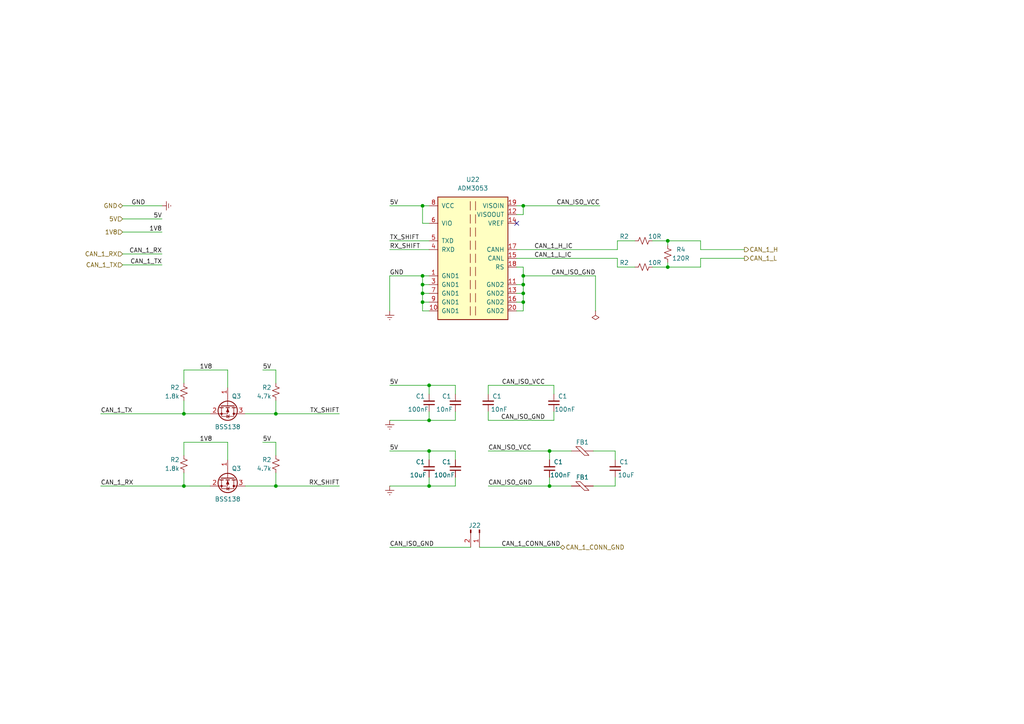
<source format=kicad_sch>
(kicad_sch (version 20230121) (generator eeschema)
  (paper "A4")
  (lib_symbols
    (symbol "LocalPrjLib:ADM3053" (pin_names (offset 1.016))
      (property "Reference" "U" (at -10.16 19.05 0))
      (property "Value" "ADM3053" (at 10.16 19.05 0))
      (symbol "ADM3053_0_1"
        (rectangle (start -10.16 17.78) (end 10.16 -17.78) (stroke (width 0.254)) (fill (type background)))
        (polyline (pts (xy -0.762 -13.97) (xy -0.762 -16.51)))
        (polyline (pts (xy -0.762 -10.16) (xy -0.762 -12.7)))
        (polyline (pts (xy -0.762 -6.35) (xy -0.762 -8.89)))
        (polyline (pts (xy -0.762 -2.54) (xy -0.762 -5.08)))
        (polyline (pts (xy -0.762 1.27) (xy -0.762 -1.27)))
        (polyline (pts (xy -0.762 5.08) (xy -0.762 2.54)))
        (polyline (pts (xy -0.762 8.89) (xy -0.762 6.35)))
        (polyline (pts (xy -0.762 12.7) (xy -0.762 10.16)))
        (polyline (pts (xy -0.762 16.51) (xy -0.762 13.97)))
        (polyline (pts (xy 0.762 -13.97) (xy 0.762 -16.51)))
        (polyline (pts (xy 0.762 -10.16) (xy 0.762 -12.7)))
        (polyline (pts (xy 0.762 -6.35) (xy 0.762 -8.89)))
        (polyline (pts (xy 0.762 -2.54) (xy 0.762 -5.08)))
        (polyline (pts (xy 0.762 1.27) (xy 0.762 -1.27)))
        (polyline (pts (xy 0.762 2.54) (xy 0.762 5.08)))
        (polyline (pts (xy 0.762 6.35) (xy 0.762 8.89)))
        (polyline (pts (xy 0.762 10.16) (xy 0.762 12.7)))
        (polyline (pts (xy 0.762 13.97) (xy 0.762 16.51)))
      )
      (symbol "ADM3053_1_1"
        (pin power_in line (at -12.7 -5.08 0) (length 2.54) (name "GND1") (number "1"))
        (pin power_in line (at -12.7 -15.24 0) (length 2.54) (name "GND1") (number "10"))
        (pin power_in line (at 12.7 -7.62 180) (length 2.54) (name "GND2") (number "11"))
        (pin power_out line (at 12.7 12.7 180) (length 2.54) (name "VISOOUT") (number "12"))
        (pin power_in line (at 12.7 -10.16 180) (length 2.54) (name "GND2") (number "13"))
        (pin input line (at 12.7 10.16 180) (length 2.54) (name "VREF") (number "14"))
        (pin bidirectional line (at 12.7 0 180) (length 2.54) (name "CANL") (number "15"))
        (pin power_in line (at 12.7 -12.7 180) (length 2.54) (name "GND2") (number "16"))
        (pin bidirectional line (at 12.7 2.54 180) (length 2.54) (name "CANH") (number "17"))
        (pin input line (at 12.7 -2.54 180) (length 2.54) (name "RS") (number "18"))
        (pin power_in line (at 12.7 15.24 180) (length 2.54) (name "VISOIN") (number "19"))
        (pin no_connect line (at -2.54 -17.78 90) (length 2.54) hide (name "NC") (number "2"))
        (pin power_in line (at 12.7 -15.24 180) (length 2.54) (name "GND2") (number "20"))
        (pin power_in line (at -12.7 -7.62 0) (length 2.54) (name "GND1") (number "3"))
        (pin output line (at -12.7 2.54 0) (length 2.54) (name "RXD") (number "4"))
        (pin input line (at -12.7 5.08 0) (length 2.54) (name "TXD") (number "5"))
        (pin power_in line (at -12.7 10.16 0) (length 2.54) (name "VIO") (number "6"))
        (pin power_in line (at -12.7 -10.16 0) (length 2.54) (name "GND1") (number "7"))
        (pin power_in line (at -12.7 15.24 0) (length 2.54) (name "VCC") (number "8"))
        (pin power_in line (at -12.7 -12.7 0) (length 2.54) (name "GND1") (number "9"))
      )
    )
    (symbol "LocalPrjLib:BSS138" (pin_names hide)
      (property "Reference" "Q" (at 5.08 1.905 0))
      (property "Value" "BSS138" (at 5.08 0 0))
      (symbol "BSS138_0_1"
        (polyline (pts (xy 0.254 0) (xy -2.54 0)))
        (polyline (pts (xy 0.254 1.905) (xy 0.254 -1.905)) (stroke (width 0.254)))
        (polyline (pts (xy 0.762 -1.27) (xy 0.762 -2.286)) (stroke (width 0.254)))
        (polyline (pts (xy 0.762 0.508) (xy 0.762 -0.508)) (stroke (width 0.254)))
        (polyline (pts (xy 0.762 2.286) (xy 0.762 1.27)) (stroke (width 0.254)))
        (polyline (pts (xy 2.54 2.54) (xy 2.54 1.778)))
        (polyline (pts (xy 2.54 -2.54) (xy 2.54 0) (xy 0.762 0)))
        (polyline (pts (xy 0.762 -1.778) (xy 3.302 -1.778) (xy 3.302 1.778) (xy 0.762 1.778)))
        (polyline (pts (xy 1.016 0) (xy 2.032 0.381) (xy 2.032 -0.381) (xy 1.016 0)) (fill (type outline)))
        (polyline (pts (xy 2.794 0.508) (xy 2.921 0.381) (xy 3.683 0.381) (xy 3.81 0.254)))
        (polyline (pts (xy 3.302 0.381) (xy 2.921 -0.254) (xy 3.683 -0.254) (xy 3.302 0.381)))
        (circle (center 1.651 0) (radius 2.794) (stroke (width 0.254)))
        (circle (center 2.54 -1.778) (radius 0.254) (fill (type outline)))
        (circle (center 2.54 1.778) (radius 0.254) (fill (type outline)))
      )
      (symbol "BSS138_1_1"
        (pin input line (at -5.08 0 0) (length 2.54) (name "G") (number "1"))
        (pin passive line (at 2.54 -5.08 90) (length 2.54) (name "S") (number "2"))
        (pin passive line (at 2.54 5.08 270) (length 2.54) (name "D") (number "3"))
      )
    )
    (symbol "LocalPrjLib:C_Small" (pin_numbers hide) (pin_names (offset 0.254) hide)
      (property "Reference" "C" (at 0.254 1.778 0))
      (property "Value" "C_Small" (at 0.254 -2.032 0))
      (symbol "C_Small_0_1"
        (polyline (pts (xy -1.524 -0.508) (xy 1.524 -0.508)) (stroke (width 0.3302)))
        (polyline (pts (xy -1.524 0.508) (xy 1.524 0.508)) (stroke (width 0.3048)))
      )
      (symbol "C_Small_1_1"
        (pin passive line (at 0 2.54 270) (length 2.032) (name "~") (number "1"))
        (pin passive line (at 0 -2.54 90) (length 2.032) (name "~") (number "2"))
      )
    )
    (symbol "LocalPrjLib:Conn_01x02_Pin" (pin_names (offset 1.016) hide)
      (property "Reference" "J" (at 0 2.54 0))
      (property "Value" "Conn_01x02_Pin" (at 0 -5.08 0))
      (symbol "Conn_01x02_Pin_1_1"
        (polyline (pts (xy 1.27 -2.54) (xy 0.8636 -2.54)) (stroke (width 0.1524)))
        (polyline (pts (xy 1.27 0) (xy 0.8636 0)) (stroke (width 0.1524)))
        (rectangle (start 0.8636 -2.413) (end 0 -2.667) (stroke (width 0.1524)) (fill (type outline)))
        (rectangle (start 0.8636 0.127) (end 0 -0.127) (stroke (width 0.1524)) (fill (type outline)))
        (pin passive line (at 5.08 0 180) (length 3.81) (name "Pin_1") (number "1"))
        (pin passive line (at 5.08 -2.54 180) (length 3.81) (name "Pin_2") (number "2"))
      )
    )
    (symbol "LocalPrjLib:GZ2012D101TF" (pin_numbers hide) (pin_names (offset 0) hide)
      (property "Reference" "FB" (at 0 2.413 0))
      (property "Value" "GZ2012D101TF" (at 2.921 -5.461 0))
      (symbol "GZ2012D101TF_0_1"
        (polyline (pts (xy 0.635 -1.27) (xy -1.905 1.27) (xy -0.635 1.27) (xy 1.905 -1.27) (xy 0.635 -1.27)))
      )
      (symbol "GZ2012D101TF_1_1"
        (pin unspecified line (at -3.175 0 0) (length 2.54) (name "1") (number "1"))
        (pin unspecified line (at 3.175 0 180) (length 2.54) (name "2") (number "2"))
      )
    )
    (symbol "LocalPrjLib:R_Small_US" (pin_numbers hide) (pin_names (offset 0.254) hide)
      (property "Reference" "R" (at 0.762 0.508 0))
      (property "Value" "R_Small_US" (at 0.762 -1.016 0))
      (symbol "R_Small_US_1_1"
        (polyline (pts (xy 0 0) (xy 1.016 -0.381) (xy 0 -0.762) (xy -1.016 -1.143) (xy 0 -1.524)))
        (polyline (pts (xy 0 1.524) (xy 1.016 1.143) (xy 0 0.762) (xy -1.016 0.381) (xy 0 0)))
        (pin passive line (at 0 2.54 270) (length 1.016) (name "~") (number "1"))
        (pin passive line (at 0 -2.54 90) (length 1.016) (name "~") (number "2"))
      )
    )
    (symbol "power:GNDREF" (power) (pin_names (offset 0))
      (property "Value" "GNDREF" (at 0 -3.81 0))
      (symbol "GNDREF_0_1"
        (polyline (pts (xy -0.635 -1.905) (xy 0.635 -1.905)))
        (polyline (pts (xy -0.127 -2.54) (xy 0.127 -2.54)))
        (polyline (pts (xy 0 -1.27) (xy 0 0)))
        (polyline (pts (xy 1.27 -1.27) (xy -1.27 -1.27)))
      )
      (symbol "GNDREF_1_1"
        (pin power_in line (at 0 0 270) (length 0) hide (name "GNDREF") (number "1"))
      )
    )
    (symbol "power:PWR_FLAG" (power) (pin_numbers hide) (pin_names (offset 0) hide)
      (property "Value" "PWR_FLAG" (at 0 3.81 0))
      (symbol "PWR_FLAG_0_0"
        (pin power_out line (at 0 0 90) (length 0) (name "pwr") (number "1"))
      )
      (symbol "PWR_FLAG_0_1"
        (polyline (pts (xy 0 0) (xy 0 1.27) (xy -1.016 1.905) (xy 0 2.54) (xy 1.016 1.905) (xy 0 1.27)))
      )
    )
  )
  (junction (at 151.765 85.09))
  (junction (at 124.46 111.76))
  (junction (at 80.01 140.97))
  (junction (at 122.555 85.09))
  (junction (at 53.34 140.97))
  (junction (at 122.555 82.55))
  (junction (at 122.555 80.01))
  (junction (at 124.46 121.92))
  (junction (at 151.765 87.63))
  (junction (at 193.675 69.85))
  (junction (at 124.46 130.81))
  (junction (at 151.765 59.69))
  (junction (at 80.01 120.015))
  (junction (at 151.765 82.55))
  (junction (at 159.385 130.81))
  (junction (at 151.765 80.01))
  (junction (at 124.46 140.97))
  (junction (at 122.555 59.69))
  (junction (at 122.555 87.63))
  (junction (at 159.385 140.97))
  (junction (at 53.34 120.015))
  (junction (at 193.675 77.47))
  (no_connect (at 149.86 64.77))
  (wire (pts (xy 35.56 63.5) (xy 46.99 63.5)))
  (wire (pts (xy 113.03 80.01) (xy 113.03 90.17)))
  (wire (pts (xy 149.86 87.63) (xy 151.765 87.63)))
  (wire (pts (xy 124.46 121.92) (xy 132.08 121.92)))
  (wire (pts (xy 53.34 107.315) (xy 53.34 111.125)))
  (wire (pts (xy 80.01 128.27) (xy 80.01 132.08)))
  (wire (pts (xy 179.07 69.85) (xy 184.15 69.85)))
  (wire (pts (xy 122.555 85.09) (xy 122.555 82.55)))
  (wire (pts (xy 122.555 87.63) (xy 124.46 87.63)))
  (wire (pts (xy 71.12 140.97) (xy 80.01 140.97)))
  (wire (pts (xy 124.46 138.43) (xy 124.46 140.97)))
  (wire (pts (xy 80.01 116.205) (xy 80.01 120.015)))
  (wire (pts (xy 151.765 59.69) (xy 151.765 62.23)))
  (wire (pts (xy 80.01 120.015) (xy 98.425 120.015)))
  (wire (pts (xy 151.765 82.55) (xy 151.765 80.01)))
  (wire (pts (xy 179.07 72.39) (xy 179.07 69.85)))
  (wire (pts (xy 113.03 111.76) (xy 124.46 111.76)))
  (wire (pts (xy 141.605 111.76) (xy 141.605 114.3)))
  (wire (pts (xy 124.46 130.81) (xy 132.08 130.81)))
  (wire (pts (xy 124.46 111.76) (xy 124.46 114.3)))
  (wire (pts (xy 53.34 107.315) (xy 66.04 107.315)))
  (wire (pts (xy 159.385 138.43) (xy 159.385 140.97)))
  (wire (pts (xy 149.86 74.93) (xy 179.07 74.93)))
  (wire (pts (xy 172.085 130.81) (xy 178.435 130.81)))
  (wire (pts (xy 124.46 59.69) (xy 122.555 59.69)))
  (wire (pts (xy 53.34 137.16) (xy 53.34 140.97)))
  (wire (pts (xy 151.765 77.47) (xy 149.86 77.47)))
  (wire (pts (xy 160.655 119.38) (xy 160.655 121.92)))
  (wire (pts (xy 53.34 140.97) (xy 60.96 140.97)))
  (wire (pts (xy 29.21 120.015) (xy 53.34 120.015)))
  (wire (pts (xy 159.385 140.97) (xy 141.605 140.97)))
  (wire (pts (xy 159.385 130.81) (xy 165.735 130.81)))
  (wire (pts (xy 149.86 59.69) (xy 151.765 59.69)))
  (wire (pts (xy 149.86 82.55) (xy 151.765 82.55)))
  (wire (pts (xy 113.03 121.92) (xy 124.46 121.92)))
  (wire (pts (xy 122.555 85.09) (xy 124.46 85.09)))
  (wire (pts (xy 149.86 72.39) (xy 179.07 72.39)))
  (wire (pts (xy 189.23 77.47) (xy 193.675 77.47)))
  (wire (pts (xy 215.9 74.93) (xy 203.2 74.93)))
  (wire (pts (xy 203.2 77.47) (xy 193.675 77.47)))
  (wire (pts (xy 124.46 72.39) (xy 113.03 72.39)))
  (wire (pts (xy 122.555 87.63) (xy 122.555 85.09)))
  (wire (pts (xy 179.07 77.47) (xy 184.15 77.47)))
  (wire (pts (xy 76.2 107.315) (xy 80.01 107.315)))
  (wire (pts (xy 113.03 140.97) (xy 124.46 140.97)))
  (wire (pts (xy 132.08 111.76) (xy 132.08 114.3)))
  (wire (pts (xy 159.385 130.81) (xy 159.385 133.35)))
  (wire (pts (xy 122.555 90.17) (xy 122.555 87.63)))
  (wire (pts (xy 35.56 76.835) (xy 46.99 76.835)))
  (wire (pts (xy 179.07 74.93) (xy 179.07 77.47)))
  (wire (pts (xy 141.605 121.92) (xy 160.655 121.92)))
  (wire (pts (xy 76.2 128.27) (xy 80.01 128.27)))
  (wire (pts (xy 203.2 74.93) (xy 203.2 77.47)))
  (wire (pts (xy 160.655 111.76) (xy 160.655 114.3)))
  (wire (pts (xy 203.2 69.85) (xy 193.675 69.85)))
  (wire (pts (xy 189.23 69.85) (xy 193.675 69.85)))
  (wire (pts (xy 53.34 128.27) (xy 66.04 128.27)))
  (wire (pts (xy 124.46 130.81) (xy 124.46 133.35)))
  (wire (pts (xy 151.765 85.09) (xy 151.765 82.55)))
  (wire (pts (xy 122.555 82.55) (xy 122.555 80.01)))
  (wire (pts (xy 124.46 69.85) (xy 113.03 69.85)))
  (wire (pts (xy 215.9 72.39) (xy 203.2 72.39)))
  (wire (pts (xy 141.605 119.38) (xy 141.605 121.92)))
  (wire (pts (xy 151.765 59.69) (xy 173.99 59.69)))
  (wire (pts (xy 80.01 137.16) (xy 80.01 140.97)))
  (wire (pts (xy 149.86 85.09) (xy 151.765 85.09)))
  (wire (pts (xy 172.085 140.97) (xy 178.435 140.97)))
  (wire (pts (xy 203.2 72.39) (xy 203.2 69.85)))
  (wire (pts (xy 124.46 90.17) (xy 122.555 90.17)))
  (wire (pts (xy 122.555 59.69) (xy 122.555 64.77)))
  (wire (pts (xy 151.765 80.01) (xy 151.765 77.47)))
  (wire (pts (xy 53.34 128.27) (xy 53.34 132.08)))
  (wire (pts (xy 80.01 107.315) (xy 80.01 111.125)))
  (wire (pts (xy 178.435 130.81) (xy 178.435 133.35)))
  (wire (pts (xy 193.675 76.2) (xy 193.675 77.47)))
  (wire (pts (xy 53.34 116.205) (xy 53.34 120.015)))
  (wire (pts (xy 124.46 140.97) (xy 132.08 140.97)))
  (wire (pts (xy 122.555 82.55) (xy 124.46 82.55)))
  (wire (pts (xy 151.765 80.01) (xy 172.72 80.01)))
  (wire (pts (xy 122.555 80.01) (xy 113.03 80.01)))
  (wire (pts (xy 122.555 59.69) (xy 113.03 59.69)))
  (wire (pts (xy 53.34 120.015) (xy 60.96 120.015)))
  (wire (pts (xy 35.56 73.66) (xy 46.99 73.66)))
  (wire (pts (xy 66.04 128.27) (xy 66.04 133.35)))
  (wire (pts (xy 159.385 140.97) (xy 165.735 140.97)))
  (wire (pts (xy 124.46 64.77) (xy 122.555 64.77)))
  (wire (pts (xy 172.72 90.17) (xy 172.72 80.01)))
  (wire (pts (xy 141.605 111.76) (xy 160.655 111.76)))
  (wire (pts (xy 124.46 119.38) (xy 124.46 121.92)))
  (wire (pts (xy 80.01 140.97) (xy 98.425 140.97)))
  (wire (pts (xy 149.86 62.23) (xy 151.765 62.23)))
  (wire (pts (xy 113.03 130.81) (xy 124.46 130.81)))
  (wire (pts (xy 132.08 130.81) (xy 132.08 133.35)))
  (wire (pts (xy 71.12 120.015) (xy 80.01 120.015)))
  (wire (pts (xy 151.765 90.17) (xy 151.765 87.63)))
  (wire (pts (xy 132.08 138.43) (xy 132.08 140.97)))
  (wire (pts (xy 29.21 140.97) (xy 53.34 140.97)))
  (wire (pts (xy 136.525 158.75) (xy 113.03 158.75)))
  (wire (pts (xy 122.555 80.01) (xy 124.46 80.01)))
  (wire (pts (xy 66.04 107.315) (xy 66.04 112.395)))
  (wire (pts (xy 151.765 87.63) (xy 151.765 85.09)))
  (wire (pts (xy 139.065 158.75) (xy 162.56 158.75)))
  (wire (pts (xy 35.56 59.69) (xy 46.99 59.69)))
  (wire (pts (xy 149.86 90.17) (xy 151.765 90.17)))
  (wire (pts (xy 124.46 111.76) (xy 132.08 111.76)))
  (wire (pts (xy 35.56 67.31) (xy 46.99 67.31)))
  (wire (pts (xy 132.08 119.38) (xy 132.08 121.92)))
  (wire (pts (xy 193.675 69.85) (xy 193.675 71.12)))
  (wire (pts (xy 159.385 130.81) (xy 141.605 130.81)))
  (wire (pts (xy 178.435 138.43) (xy 178.435 140.97)))
  (label "CAN_1_L_IC" (at 154.94 74.93 0))
  (label "5V" (at 76.2 128.27 0))
  (label "CAN_ISO_GND" (at 141.605 140.97 0))
  (label "CAN_1_TX" (at 46.99 76.835 180))
  (label "RX_SHIFT" (at 98.425 140.97 180))
  (label "TX_SHIFT" (at 98.425 120.015 180))
  (label "CAN_1_RX" (at 29.21 140.97 0))
  (label "5V" (at 113.03 130.81 0))
  (label "5V" (at 113.03 111.76 0))
  (label "5V" (at 113.03 59.69 0))
  (label "CAN_ISO_VCC" (at 158.115 111.76 180))
  (label "CAN_ISO_VCC" (at 141.605 130.81 0))
  (label "CAN_1_TX" (at 29.21 120.015 0))
  (label "1V8" (at 46.99 67.31 180))
  (label "RX_SHIFT" (at 113.03 72.39 0))
  (label "TX_SHIFT" (at 113.03 69.85 0))
  (label "CAN_1_CONN_GND" (at 162.56 158.75 180))
  (label "CAN_ISO_GND" (at 158.115 121.92 180))
  (label "CAN_ISO_VCC" (at 173.99 59.69 180))
  (label "CAN_1_RX" (at 46.99 73.66 180))
  (label "1V8" (at 61.595 128.27 180))
  (label "GND" (at 113.03 80.01 0))
  (label "5V" (at 76.2 107.315 0))
  (label "CAN_ISO_GND" (at 113.03 158.75 0))
  (label "GND" (at 38.1 59.69 0))
  (label "5V" (at 46.99 63.5 180))
  (label "CAN_ISO_GND" (at 172.72 80.01 180))
  (label "CAN_1_H_IC" (at 154.94 72.39 0))
  (label "1V8" (at 61.595 107.315 180))
  (hierarchical_label "CAN_1_L" (shape output) (at 215.9 74.93 0))
  (hierarchical_label "1V8" (shape input) (at 35.56 67.31 180))
  (hierarchical_label "GND" (shape bidirectional) (at 35.56 59.69 180))
  (hierarchical_label "CAN_1_RX" (shape input) (at 35.56 73.66 180))
  (hierarchical_label "CAN_1_CONN_GND" (shape bidirectional) (at 162.56 158.75 0))
  (hierarchical_label "CAN_1_TX" (shape input) (at 35.56 76.835 180))
  (hierarchical_label "5V" (shape input) (at 35.56 63.5 180))
  (hierarchical_label "CAN_1_H" (shape output) (at 215.9 72.39 0))
  (symbol (lib_id "LocalPrjLib:GZ2012D101TF") (at 168.91 140.97 0) (unit 1)
    (property "Reference" "FB1" (at 168.91 138.43 0))
    (property "Value" "GZ2012D101TF" (effects hide))
    (property "Footprint" "Ferrite_Bead_100:Ferrite_Bead_100" (effects hide))
    (property "Datasheet" "https://item.szlcsc.com/344132.html" (effects hide))
    (property "LCSC" "C1015" (effects hide))
    (instances (project "Tangenta" (path "" (reference "FB1") (unit 1)) (path "" (reference "FB9") (unit 1)) (path "" (reference "FB11") (unit 1))))
  )
  (symbol (lib_id "LocalPrjLib:C_Small") (at 132.08 116.84 180) (unit 1)
    (property "Reference" "C1" (at 129.5399 114.9349 0))
    (property "Value" "10nF" (at 128.905 118.745 0))
    (property "Footprint" "Capacitor_SMD:C_0402_1005Metric" (effects hide))
    (instances (project "Tangenta" (path "" (reference "C1") (unit 1)) (path "" (reference "C9") (unit 1)) (path "" (reference "C40") (unit 1)) (path "" (reference "C81") (unit 1)) (path "" (reference "C94") (unit 1)) (path "" (reference "C147") (unit 1)) (path "" (reference "C148") (unit 1)) (path "" (reference "C181") (unit 1)) (path "" (reference "C199") (unit 1))))
  )
  (symbol (lib_id "power:GNDREF") (at 113.03 140.97 0) (unit 1)
    (property "Reference" "#PWR030" (effects hide))
    (property "Value" "GNDREF" (effects hide))
    (instances (project "Tangenta" (path "" (reference "#PWR030") (unit 1)) (path "" (reference "#PWR035") (unit 1)) (path "" (reference "#PWR076") (unit 1)) (path "" (reference "#PWR080") (unit 1)) (path "" (reference "#PWR094") (unit 1))))
  )
  (symbol (lib_id "LocalPrjLib:C_Small") (at 159.385 135.89 0) (mirror x) (unit 1)
    (property "Reference" "C1" (at 161.9251 133.9849 0))
    (property "Value" "100nF" (at 162.56 137.795 0))
    (property "Footprint" "Capacitor_SMD:C_0402_1005Metric" (effects hide))
    (instances (project "Tangenta" (path "" (reference "C1") (unit 1)) (path "" (reference "C9") (unit 1)) (path "" (reference "C40") (unit 1)) (path "" (reference "C81") (unit 1)) (path "" (reference "C94") (unit 1)) (path "" (reference "C147") (unit 1)) (path "" (reference "C148") (unit 1)) (path "" (reference "C181") (unit 1)) (path "" (reference "C202") (unit 1))))
  )
  (symbol (lib_id "LocalPrjLib:C_Small") (at 124.46 116.84 180) (unit 1)
    (property "Reference" "C1" (at 121.9199 114.9349 0))
    (property "Value" "100nF" (at 121.285 118.745 0))
    (property "Footprint" "Capacitor_SMD:C_0402_1005Metric" (effects hide))
    (instances (project "Tangenta" (path "" (reference "C1") (unit 1)) (path "" (reference "C9") (unit 1)) (path "" (reference "C40") (unit 1)) (path "" (reference "C81") (unit 1)) (path "" (reference "C94") (unit 1)) (path "" (reference "C147") (unit 1)) (path "" (reference "C148") (unit 1)) (path "" (reference "C181") (unit 1)) (path "" (reference "C197") (unit 1))))
  )
  (symbol (lib_id "LocalPrjLib:C_Small") (at 132.08 135.89 180) (unit 1)
    (property "Reference" "C1" (at 129.5399 133.9849 0))
    (property "Value" "100nF" (at 128.905 137.795 0))
    (property "Footprint" "Capacitor_SMD:C_0402_1005Metric" (effects hide))
    (instances (project "Tangenta" (path "" (reference "C1") (unit 1)) (path "" (reference "C9") (unit 1)) (path "" (reference "C40") (unit 1)) (path "" (reference "C81") (unit 1)) (path "" (reference "C94") (unit 1)) (path "" (reference "C147") (unit 1)) (path "" (reference "C148") (unit 1)) (path "" (reference "C181") (unit 1)) (path "" (reference "C200") (unit 1))))
  )
  (symbol (lib_id "LocalPrjLib:BSS138") (at 66.04 117.475 270) (unit 1)
    (property "Reference" "Q3" (at 68.58 114.935 90))
    (property "Value" "BSS138" (at 66.04 123.825 90))
    (property "Footprint" "Package_TO_SOT_SMD:SOT-23" (effects hide))
    (property "Datasheet" "https://www.onsemi.com/pub/Collateral/BSS138-D.PDF" (effects hide))
    (instances (project "Tangenta" (path "" (reference "Q3") (unit 1)) (path "" (reference "Q5") (unit 1)) (path "" (reference "Q7") (unit 1)) (path "" (reference "Q19") (unit 1))))
  )
  (symbol (lib_id "LocalPrjLib:R_Small_US") (at 186.69 69.85 270) (unit 1)
    (property "Reference" "R2" (at 179.705 68.58 90) (effects (justify left)))
    (property "Value" "10R" (at 187.96 68.58 90) (effects (justify left)))
    (property "Footprint" "Resistor_SMD:R_0402_1005Metric" (effects hide))
    (instances (project "Tangenta" (path "" (reference "R2") (unit 1)) (path "" (reference "R18") (unit 1)) (path "" (reference "R26") (unit 1)) (path "" (reference "R41") (unit 1)) (path "" (reference "R41") (unit 1)) (path "" (reference "R152") (unit 1)) (path "" (reference "R190") (unit 1))))
  )
  (symbol (lib_id "LocalPrjLib:C_Small") (at 141.605 116.84 0) (mirror x) (unit 1)
    (property "Reference" "C1" (at 144.1451 114.9349 0))
    (property "Value" "10nF" (at 144.78 118.745 0))
    (property "Footprint" "Capacitor_SMD:C_0402_1005Metric" (effects hide))
    (instances (project "Tangenta" (path "" (reference "C1") (unit 1)) (path "" (reference "C9") (unit 1)) (path "" (reference "C40") (unit 1)) (path "" (reference "C81") (unit 1)) (path "" (reference "C94") (unit 1)) (path "" (reference "C147") (unit 1)) (path "" (reference "C148") (unit 1)) (path "" (reference "C181") (unit 1)) (path "" (reference "C201") (unit 1))))
  )
  (symbol (lib_id "LocalPrjLib:C_Small") (at 160.655 116.84 0) (mirror x) (unit 1)
    (property "Reference" "C1" (at 163.1951 114.9349 0))
    (property "Value" "100nF" (at 163.83 118.745 0))
    (property "Footprint" "Capacitor_SMD:C_0402_1005Metric" (effects hide))
    (instances (project "Tangenta" (path "" (reference "C1") (unit 1)) (path "" (reference "C9") (unit 1)) (path "" (reference "C40") (unit 1)) (path "" (reference "C81") (unit 1)) (path "" (reference "C94") (unit 1)) (path "" (reference "C147") (unit 1)) (path "" (reference "C148") (unit 1)) (path "" (reference "C181") (unit 1)) (path "" (reference "C203") (unit 1))))
  )
  (symbol (lib_id "power:PWR_FLAG") (at 172.72 90.17 180) (unit 1)
    (property "Reference" "#FLG012" (effects hide))
    (property "Value" "PWR_FLAG" (effects hide))
    (instances (project "Tangenta" (path "" (reference "#FLG012") (unit 1)) (path "" (reference "#FLG017") (unit 1)) (path "" (reference "#FLG018") (unit 1))))
  )
  (symbol (lib_id "LocalPrjLib:Conn_01x02_Pin") (at 139.065 153.67 270) (unit 1)
    (property "Reference" "J22" (at 135.89 152.4 90) (effects (justify left)))
    (property "Value" "Conn_01x02_Pin" (effects hide))
    (property "Footprint" "Connector_PinHeader_2.54mm:PinHeader_1x02_P2.54mm_Vertical" (effects hide))
    (instances (project "Tangenta" (path "" (reference "J22") (unit 1)) (path "" (reference "J32") (unit 1))))
  )
  (symbol (lib_id "LocalPrjLib:BSS138") (at 66.04 138.43 270) (unit 1)
    (property "Reference" "Q3" (at 68.58 135.89 90))
    (property "Value" "BSS138" (at 66.04 144.78 90))
    (property "Footprint" "Package_TO_SOT_SMD:SOT-23" (effects hide))
    (property "Datasheet" "https://www.onsemi.com/pub/Collateral/BSS138-D.PDF" (effects hide))
    (instances (project "Tangenta" (path "" (reference "Q3") (unit 1)) (path "" (reference "Q5") (unit 1)) (path "" (reference "Q8") (unit 1)) (path "" (reference "Q20") (unit 1))))
  )
  (symbol (lib_id "power:GNDREF") (at 113.03 121.92 0) (unit 1)
    (property "Reference" "#PWR030" (effects hide))
    (property "Value" "GNDREF" (effects hide))
    (instances (project "Tangenta" (path "" (reference "#PWR030") (unit 1)) (path "" (reference "#PWR035") (unit 1)) (path "" (reference "#PWR076") (unit 1)) (path "" (reference "#PWR080") (unit 1)) (path "" (reference "#PWR093") (unit 1))))
  )
  (symbol (lib_id "LocalPrjLib:C_Small") (at 124.46 135.89 180) (unit 1)
    (property "Reference" "C1" (at 121.9199 133.9849 0))
    (property "Value" "10uF" (at 121.285 137.795 0))
    (property "Footprint" "Capacitor_SMD:C_0402_1005Metric" (effects hide))
    (instances (project "Tangenta" (path "" (reference "C1") (unit 1)) (path "" (reference "C9") (unit 1)) (path "" (reference "C40") (unit 1)) (path "" (reference "C81") (unit 1)) (path "" (reference "C94") (unit 1)) (path "" (reference "C147") (unit 1)) (path "" (reference "C148") (unit 1)) (path "" (reference "C181") (unit 1)) (path "" (reference "C198") (unit 1))))
  )
  (symbol (lib_id "LocalPrjLib:R_Small_US") (at 80.01 134.62 180) (unit 1)
    (property "Reference" "R2" (at 78.74 133.35 0) (effects (justify left)))
    (property "Value" "4.7k" (at 78.74 135.89 0) (effects (justify left)))
    (property "Footprint" "Resistor_SMD:R_0402_1005Metric" (effects hide))
    (instances (project "Tangenta" (path "" (reference "R2") (unit 1)) (path "" (reference "R18") (unit 1)) (path "" (reference "R28") (unit 1)) (path "" (reference "R28") (unit 1)) (path "" (reference "R155") (unit 1)) (path "" (reference "R189") (unit 1))))
  )
  (symbol (lib_id "power:GNDREF") (at 113.03 90.17 0) (unit 1)
    (property "Reference" "#PWR030" (effects hide))
    (property "Value" "GNDREF" (effects hide))
    (instances (project "Tangenta" (path "" (reference "#PWR030") (unit 1)) (path "" (reference "#PWR035") (unit 1)) (path "" (reference "#PWR076") (unit 1)) (path "" (reference "#PWR080") (unit 1)) (path "" (reference "#PWR092") (unit 1))))
  )
  (symbol (lib_id "LocalPrjLib:R_Small_US") (at 186.69 77.47 270) (unit 1)
    (property "Reference" "R2" (at 179.705 76.2 90) (effects (justify left)))
    (property "Value" "10R" (at 187.96 76.2 90) (effects (justify left)))
    (property "Footprint" "Resistor_SMD:R_0402_1005Metric" (effects hide))
    (instances (project "Tangenta" (path "" (reference "R2") (unit 1)) (path "" (reference "R18") (unit 1)) (path "" (reference "R26") (unit 1)) (path "" (reference "R41") (unit 1)) (path "" (reference "R41") (unit 1)) (path "" (reference "R153") (unit 1)) (path "" (reference "R191") (unit 1))))
  )
  (symbol (lib_id "LocalPrjLib:R_Small_US") (at 53.34 134.62 180) (unit 1)
    (property "Reference" "R2" (at 52.07 133.35 0) (effects (justify left)))
    (property "Value" "1.8k" (at 52.07 135.89 0) (effects (justify left)))
    (property "Footprint" "Resistor_SMD:R_0402_1005Metric" (effects hide))
    (instances (project "Tangenta" (path "" (reference "R2") (unit 1)) (path "" (reference "R18") (unit 1)) (path "" (reference "R26") (unit 1)) (path "" (reference "R41") (unit 1)) (path "" (reference "R41") (unit 1)) (path "" (reference "R154") (unit 1)) (path "" (reference "R187") (unit 1))))
  )
  (symbol (lib_id "LocalPrjLib:C_Small") (at 178.435 135.89 0) (mirror x) (unit 1)
    (property "Reference" "C1" (at 180.9751 133.9849 0))
    (property "Value" "10uF" (at 181.61 137.795 0))
    (property "Footprint" "Capacitor_SMD:C_0402_1005Metric" (effects hide))
    (instances (project "Tangenta" (path "" (reference "C1") (unit 1)) (path "" (reference "C9") (unit 1)) (path "" (reference "C40") (unit 1)) (path "" (reference "C81") (unit 1)) (path "" (reference "C94") (unit 1)) (path "" (reference "C147") (unit 1)) (path "" (reference "C148") (unit 1)) (path "" (reference "C181") (unit 1)) (path "" (reference "C204") (unit 1))))
  )
  (symbol (lib_id "power:GNDREF") (at 46.99 59.69 90) (unit 1)
    (property "Reference" "#PWR030" (effects hide))
    (property "Value" "GNDREF" (effects hide))
    (instances (project "Tangenta" (path "" (reference "#PWR030") (unit 1)) (path "" (reference "#PWR035") (unit 1)) (path "" (reference "#PWR076") (unit 1)) (path "" (reference "#PWR080") (unit 1)) (path "" (reference "#PWR091") (unit 1))))
  )
  (symbol (lib_id "LocalPrjLib:R_Small_US") (at 80.01 113.665 180) (unit 1)
    (property "Reference" "R2" (at 78.74 112.395 0) (effects (justify left)))
    (property "Value" "4.7k" (at 78.74 114.935 0) (effects (justify left)))
    (property "Footprint" "Resistor_SMD:R_0402_1005Metric" (effects hide))
    (instances (project "Tangenta" (path "" (reference "R2") (unit 1)) (path "" (reference "R18") (unit 1)) (path "" (reference "R28") (unit 1)) (path "" (reference "R28") (unit 1)) (path "" (reference "R150") (unit 1)) (path "" (reference "R188") (unit 1))))
  )
  (symbol (lib_id "LocalPrjLib:R_Small_US") (at 193.675 73.66 0) (unit 1)
    (property "Reference" "R4" (at 197.485 72.39 0))
    (property "Value" "120R" (at 197.485 74.93 0))
    (property "Footprint" "Resistor_SMD:R_0603_1608Metric" (effects hide))
    (instances (project "Tangenta" (path "" (reference "R4") (unit 1)) (path "" (reference "R182") (unit 1)) (path "" (reference "R192") (unit 1))))
  )
  (symbol (lib_id "LocalPrjLib:ADM3053") (at 137.16 74.93 0) (unit 1)
    (property "Reference" "U22" (at 137.16 52.07 0))
    (property "Value" "ADM3053" (at 137.16 54.61 0))
    (property "Footprint" "Package_SO:SOIC-20W_7.5x12.8mm_P1.27mm" (effects hide))
    (property "Datasheet" "https://www.analog.com/media/en/technical-documentation/data-sheets/ADM3053.pdf" (effects hide))
  )
  (symbol (lib_id "LocalPrjLib:R_Small_US") (at 53.34 113.665 180) (unit 1)
    (property "Reference" "R2" (at 52.07 112.395 0) (effects (justify left)))
    (property "Value" "1.8k" (at 52.07 114.935 0) (effects (justify left)))
    (property "Footprint" "Resistor_SMD:R_0402_1005Metric" (effects hide))
    (instances (project "Tangenta" (path "" (reference "R2") (unit 1)) (path "" (reference "R18") (unit 1)) (path "" (reference "R26") (unit 1)) (path "" (reference "R41") (unit 1)) (path "" (reference "R41") (unit 1)) (path "" (reference "R149") (unit 1)) (path "" (reference "R186") (unit 1))))
  )
  (symbol (lib_id "LocalPrjLib:GZ2012D101TF") (at 168.91 130.81 0) (unit 1)
    (property "Reference" "FB1" (at 168.91 128.27 0))
    (property "Value" "GZ2012D101TF" (effects hide))
    (property "Footprint" "Ferrite_Bead_100:Ferrite_Bead_100" (effects hide))
    (property "Datasheet" "https://item.szlcsc.com/344132.html" (effects hide))
    (property "LCSC" "C1015" (effects hide))
    (instances (project "Tangenta" (path "" (reference "FB1") (unit 1)) (path "" (reference "FB9") (unit 1)) (path "" (reference "FB10") (unit 1))))
  )
)
</source>
